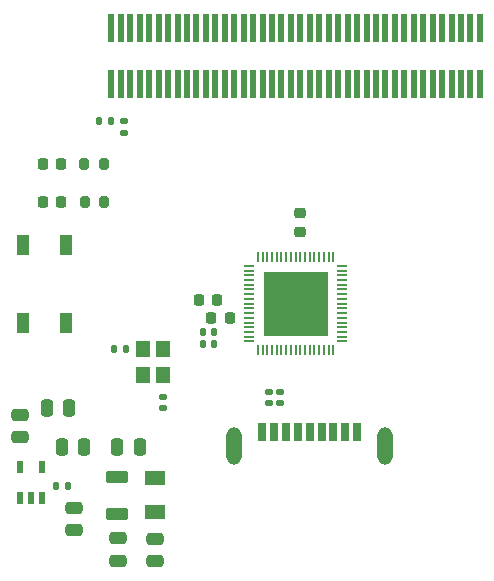
<source format=gbr>
%TF.GenerationSoftware,KiCad,Pcbnew,6.0.7-f9a2dced07~116~ubuntu20.04.1*%
%TF.CreationDate,2022-09-30T03:47:36+07:00*%
%TF.ProjectId,CH569Board,43483536-3942-46f6-9172-642e6b696361,rev?*%
%TF.SameCoordinates,Original*%
%TF.FileFunction,Paste,Top*%
%TF.FilePolarity,Positive*%
%FSLAX46Y46*%
G04 Gerber Fmt 4.6, Leading zero omitted, Abs format (unit mm)*
G04 Created by KiCad (PCBNEW 6.0.7-f9a2dced07~116~ubuntu20.04.1) date 2022-09-30 03:47:36*
%MOMM*%
%LPD*%
G01*
G04 APERTURE LIST*
G04 Aperture macros list*
%AMRoundRect*
0 Rectangle with rounded corners*
0 $1 Rounding radius*
0 $2 $3 $4 $5 $6 $7 $8 $9 X,Y pos of 4 corners*
0 Add a 4 corners polygon primitive as box body*
4,1,4,$2,$3,$4,$5,$6,$7,$8,$9,$2,$3,0*
0 Add four circle primitives for the rounded corners*
1,1,$1+$1,$2,$3*
1,1,$1+$1,$4,$5*
1,1,$1+$1,$6,$7*
1,1,$1+$1,$8,$9*
0 Add four rect primitives between the rounded corners*
20,1,$1+$1,$2,$3,$4,$5,0*
20,1,$1+$1,$4,$5,$6,$7,0*
20,1,$1+$1,$6,$7,$8,$9,0*
20,1,$1+$1,$8,$9,$2,$3,0*%
G04 Aperture macros list end*
%ADD10R,0.700000X1.600000*%
%ADD11O,1.300000X3.200000*%
%ADD12RoundRect,0.135000X0.185000X-0.135000X0.185000X0.135000X-0.185000X0.135000X-0.185000X-0.135000X0*%
%ADD13R,0.500000X2.400000*%
%ADD14RoundRect,0.140000X-0.170000X0.140000X-0.170000X-0.140000X0.170000X-0.140000X0.170000X0.140000X0*%
%ADD15RoundRect,0.225000X0.225000X0.250000X-0.225000X0.250000X-0.225000X-0.250000X0.225000X-0.250000X0*%
%ADD16RoundRect,0.250000X0.475000X-0.250000X0.475000X0.250000X-0.475000X0.250000X-0.475000X-0.250000X0*%
%ADD17R,0.600000X1.000000*%
%ADD18RoundRect,0.250000X0.250000X0.475000X-0.250000X0.475000X-0.250000X-0.475000X0.250000X-0.475000X0*%
%ADD19RoundRect,0.218750X-0.218750X-0.256250X0.218750X-0.256250X0.218750X0.256250X-0.218750X0.256250X0*%
%ADD20RoundRect,0.135000X0.135000X0.185000X-0.135000X0.185000X-0.135000X-0.185000X0.135000X-0.185000X0*%
%ADD21R,1.000000X1.700000*%
%ADD22RoundRect,0.140000X-0.140000X-0.170000X0.140000X-0.170000X0.140000X0.170000X-0.140000X0.170000X0*%
%ADD23RoundRect,0.250000X-0.250000X-0.475000X0.250000X-0.475000X0.250000X0.475000X-0.250000X0.475000X0*%
%ADD24RoundRect,0.200000X-0.200000X-0.275000X0.200000X-0.275000X0.200000X0.275000X-0.200000X0.275000X0*%
%ADD25R,1.200000X1.400000*%
%ADD26R,1.730000X1.190000*%
%ADD27RoundRect,0.225000X0.250000X-0.225000X0.250000X0.225000X-0.250000X0.225000X-0.250000X-0.225000X0*%
%ADD28RoundRect,0.135000X-0.135000X-0.185000X0.135000X-0.185000X0.135000X0.185000X-0.135000X0.185000X0*%
%ADD29RoundRect,0.140000X0.140000X0.170000X-0.140000X0.170000X-0.140000X-0.170000X0.140000X-0.170000X0*%
%ADD30O,0.200000X0.900000*%
%ADD31O,0.900000X0.200000*%
%ADD32R,5.500000X5.500000*%
%ADD33RoundRect,0.250000X-0.475000X0.250000X-0.475000X-0.250000X0.475000X-0.250000X0.475000X0.250000X0*%
%ADD34RoundRect,0.250000X-0.700000X0.275000X-0.700000X-0.275000X0.700000X-0.275000X0.700000X0.275000X0*%
G04 APERTURE END LIST*
D10*
%TO.C,USB1*%
X123800000Y-114230007D03*
X125800000Y-114230007D03*
X127800000Y-114230007D03*
X129800000Y-114230007D03*
X130800000Y-114230007D03*
X128800000Y-114230007D03*
X126800000Y-114230007D03*
X124800000Y-114230007D03*
X122800000Y-114230007D03*
D11*
X120400000Y-115390007D03*
X133200000Y-115390007D03*
%TD*%
D12*
%TO.C,R4*%
X111048800Y-88952800D03*
X111048800Y-87932800D03*
%TD*%
D13*
%TO.C,CN1*%
X141210000Y-79990000D03*
X141210000Y-84790000D03*
X140410000Y-79990000D03*
X140410000Y-84790000D03*
X139610000Y-79990000D03*
X139610000Y-84790000D03*
X138810000Y-79990000D03*
X138810000Y-84790000D03*
X138010000Y-79990000D03*
X138010000Y-84790000D03*
X137210000Y-79990000D03*
X137210000Y-84790000D03*
X136410000Y-79990000D03*
X136410000Y-84790000D03*
X135610000Y-79990000D03*
X135610000Y-84790000D03*
X134810000Y-79990000D03*
X134810000Y-84790000D03*
X134010000Y-79990000D03*
X134010000Y-84790000D03*
X133210000Y-79990000D03*
X133210000Y-84790000D03*
X132410000Y-79990000D03*
X132410000Y-84790000D03*
X131610000Y-79990000D03*
X131610000Y-84790000D03*
X130810000Y-79990000D03*
X130810000Y-84790000D03*
X130010000Y-79990000D03*
X130010000Y-84790000D03*
X129210000Y-79990000D03*
X129210000Y-84790000D03*
X128410000Y-79990000D03*
X128410000Y-84790000D03*
X127610000Y-79990000D03*
X127610000Y-84790000D03*
X126810000Y-79990000D03*
X126810000Y-84790000D03*
X126010000Y-79990000D03*
X126010000Y-84790000D03*
X125210000Y-79990000D03*
X125210000Y-84790000D03*
X124410000Y-79990000D03*
X124410000Y-84790000D03*
X123610000Y-79990000D03*
X123610000Y-84790000D03*
X122810000Y-79990000D03*
X122810000Y-84790000D03*
X122010000Y-79990000D03*
X122010000Y-84790000D03*
X121210000Y-79990000D03*
X121210000Y-84790000D03*
X120410000Y-79990000D03*
X120410000Y-84790000D03*
X119610000Y-79990000D03*
X119610000Y-84790000D03*
X118810000Y-79990000D03*
X118810000Y-84790000D03*
X118010000Y-79990000D03*
X118010000Y-84790000D03*
X117210000Y-79990000D03*
X117210000Y-84790000D03*
X116410000Y-79990000D03*
X116410000Y-84790000D03*
X115610000Y-79990000D03*
X115610000Y-84790000D03*
X114810000Y-79990000D03*
X114810000Y-84790000D03*
X114010000Y-79990000D03*
X114010000Y-84790000D03*
X113210000Y-79990000D03*
X113210000Y-84790000D03*
X112410000Y-79990000D03*
X112410000Y-84790000D03*
X111610000Y-79990000D03*
X111610000Y-84790000D03*
X110810000Y-79990000D03*
X110810000Y-84790000D03*
X110010000Y-79990000D03*
X110010000Y-84790000D03*
%TD*%
D14*
%TO.C,C14*%
X123320000Y-110840000D03*
X123320000Y-111800000D03*
%TD*%
D15*
%TO.C,C19*%
X120025000Y-104570000D03*
X118475000Y-104570000D03*
%TD*%
D16*
%TO.C,C4*%
X106832400Y-122565200D03*
X106832400Y-120665200D03*
%TD*%
D15*
%TO.C,C16*%
X118955000Y-103060000D03*
X117405000Y-103060000D03*
%TD*%
D17*
%TO.C,U1*%
X102270000Y-119780000D03*
X103220000Y-119780000D03*
X104170000Y-119780000D03*
X104170000Y-117180000D03*
X102270000Y-117180000D03*
%TD*%
D18*
%TO.C,C1*%
X106450000Y-112200000D03*
X104550000Y-112200000D03*
%TD*%
D14*
%TO.C,C13*%
X124270000Y-110840000D03*
X124270000Y-111800000D03*
%TD*%
D19*
%TO.C,D2*%
X104206700Y-94736200D03*
X105781700Y-94736200D03*
%TD*%
D14*
%TO.C,C5*%
X114385000Y-111225000D03*
X114385000Y-112185000D03*
%TD*%
D19*
%TO.C,D1*%
X104186700Y-91506200D03*
X105761700Y-91506200D03*
%TD*%
D20*
%TO.C,R5*%
X109984000Y-87934800D03*
X108964000Y-87934800D03*
%TD*%
D21*
%TO.C,SW1*%
X106200000Y-98400000D03*
X106200000Y-105000000D03*
X102500000Y-98400000D03*
X102500000Y-105000000D03*
%TD*%
D22*
%TO.C,C21*%
X117731600Y-106781600D03*
X118691600Y-106781600D03*
%TD*%
D16*
%TO.C,C12*%
X113680000Y-125170000D03*
X113680000Y-123270000D03*
%TD*%
D18*
%TO.C,C7*%
X112405000Y-115482400D03*
X110505000Y-115482400D03*
%TD*%
D23*
%TO.C,C3*%
X105790000Y-115480000D03*
X107690000Y-115480000D03*
%TD*%
D24*
%TO.C,R3*%
X107749200Y-94736200D03*
X109399200Y-94736200D03*
%TD*%
D25*
%TO.C,X1*%
X114385000Y-109410000D03*
X114385000Y-107210000D03*
X112685000Y-107210000D03*
X112685000Y-109410000D03*
%TD*%
D24*
%TO.C,R2*%
X107709200Y-91516200D03*
X109359200Y-91516200D03*
%TD*%
D26*
%TO.C,F1*%
X113680000Y-120996400D03*
X113680000Y-118096400D03*
%TD*%
D27*
%TO.C,C15*%
X126000000Y-97265000D03*
X126000000Y-95715000D03*
%TD*%
D22*
%TO.C,C22*%
X117731600Y-105765600D03*
X118691600Y-105765600D03*
%TD*%
D28*
%TO.C,R6*%
X105350000Y-118800000D03*
X106370000Y-118800000D03*
%TD*%
D29*
%TO.C,C23*%
X111215000Y-107210000D03*
X110255000Y-107210000D03*
%TD*%
D30*
%TO.C,U4*%
X122402600Y-107310000D03*
X122802600Y-107310000D03*
X123202600Y-107310000D03*
X123602600Y-107310000D03*
X124002600Y-107310000D03*
X124402600Y-107310000D03*
X124802600Y-107310000D03*
X125202600Y-107310000D03*
X125602600Y-107310000D03*
X126002600Y-107310000D03*
X126402600Y-107310000D03*
X126802600Y-107310000D03*
X127202600Y-107310000D03*
X127602600Y-107310000D03*
X128002600Y-107310000D03*
X128402600Y-107310000D03*
X128802600Y-107310000D03*
D31*
X129552600Y-106560000D03*
X129552600Y-106160000D03*
X129552600Y-105760000D03*
X129552600Y-105360000D03*
X129552600Y-104960000D03*
X129552600Y-104560000D03*
X129552600Y-104160000D03*
X129552600Y-103760000D03*
X129552600Y-103360000D03*
X129552600Y-102960000D03*
X129552600Y-102560000D03*
X129552600Y-102160000D03*
X129552600Y-101760000D03*
X129552600Y-101360000D03*
X129552600Y-100960000D03*
X129552600Y-100560000D03*
X129552600Y-100160000D03*
D30*
X128802600Y-99410000D03*
X128402600Y-99410000D03*
X128002600Y-99410000D03*
X127602600Y-99410000D03*
X127202600Y-99410000D03*
X126802600Y-99410000D03*
X126402600Y-99410000D03*
X126002600Y-99410000D03*
X125602600Y-99410000D03*
X125202600Y-99410000D03*
X124802600Y-99410000D03*
X124402600Y-99410000D03*
X124002600Y-99410000D03*
X123602600Y-99410000D03*
X123202600Y-99410000D03*
X122802600Y-99410000D03*
X122402600Y-99410000D03*
D31*
X121652600Y-100160000D03*
X121652600Y-100560000D03*
X121652600Y-100960000D03*
X121652600Y-101360000D03*
X121652600Y-101760000D03*
X121652600Y-102160000D03*
X121652600Y-102560000D03*
X121652600Y-102960000D03*
X121652600Y-103360000D03*
X121652600Y-103760000D03*
X121652600Y-104160000D03*
X121652600Y-104560000D03*
X121652600Y-104960000D03*
X121652600Y-105360000D03*
X121652600Y-105760000D03*
X121652600Y-106160000D03*
X121652600Y-106560000D03*
D32*
X125602600Y-103360000D03*
%TD*%
D16*
%TO.C,C2*%
X102300000Y-114660000D03*
X102300000Y-112760000D03*
%TD*%
D33*
%TO.C,C11*%
X110530400Y-123219200D03*
X110530400Y-125119200D03*
%TD*%
D34*
%TO.C,FB1*%
X110505000Y-118047400D03*
X110505000Y-121197400D03*
%TD*%
M02*

</source>
